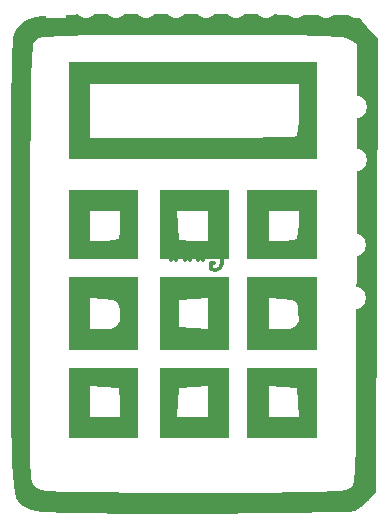
<source format=gbo>
G04 #@! TF.GenerationSoftware,KiCad,Pcbnew,7.0.7*
G04 #@! TF.CreationDate,2024-07-30T23:44:59+02:00*
G04 #@! TF.ProjectId,linefollower_pcb,6c696e65-666f-46c6-9c6f-7765725f7063,rev?*
G04 #@! TF.SameCoordinates,Original*
G04 #@! TF.FileFunction,Legend,Bot*
G04 #@! TF.FilePolarity,Positive*
%FSLAX46Y46*%
G04 Gerber Fmt 4.6, Leading zero omitted, Abs format (unit mm)*
G04 Created by KiCad (PCBNEW 7.0.7) date 2024-07-30 23:44:59*
%MOMM*%
%LPD*%
G01*
G04 APERTURE LIST*
%ADD10C,0.300000*%
%ADD11O,0.900000X1.600000*%
%ADD12R,1.700000X1.700000*%
%ADD13O,1.700000X1.700000*%
%ADD14C,0.800000*%
%ADD15C,5.400000*%
%ADD16C,2.000000*%
G04 APERTURE END LIST*
D10*
X87771427Y-100099757D02*
X87914285Y-100028328D01*
X87914285Y-100028328D02*
X88128570Y-100028328D01*
X88128570Y-100028328D02*
X88342856Y-100099757D01*
X88342856Y-100099757D02*
X88485713Y-100242614D01*
X88485713Y-100242614D02*
X88557142Y-100385471D01*
X88557142Y-100385471D02*
X88628570Y-100671185D01*
X88628570Y-100671185D02*
X88628570Y-100885471D01*
X88628570Y-100885471D02*
X88557142Y-101171185D01*
X88557142Y-101171185D02*
X88485713Y-101314042D01*
X88485713Y-101314042D02*
X88342856Y-101456900D01*
X88342856Y-101456900D02*
X88128570Y-101528328D01*
X88128570Y-101528328D02*
X87985713Y-101528328D01*
X87985713Y-101528328D02*
X87771427Y-101456900D01*
X87771427Y-101456900D02*
X87699999Y-101385471D01*
X87699999Y-101385471D02*
X87699999Y-100885471D01*
X87699999Y-100885471D02*
X87985713Y-100885471D01*
X86842856Y-100028328D02*
X86842856Y-100385471D01*
X87199999Y-100242614D02*
X86842856Y-100385471D01*
X86842856Y-100385471D02*
X86485713Y-100242614D01*
X87057142Y-100671185D02*
X86842856Y-100385471D01*
X86842856Y-100385471D02*
X86628570Y-100671185D01*
X85699999Y-100028328D02*
X85699999Y-100385471D01*
X86057142Y-100242614D02*
X85699999Y-100385471D01*
X85699999Y-100385471D02*
X85342856Y-100242614D01*
X85914285Y-100671185D02*
X85699999Y-100385471D01*
X85699999Y-100385471D02*
X85485713Y-100671185D01*
X84557142Y-100028328D02*
X84557142Y-100385471D01*
X84914285Y-100242614D02*
X84557142Y-100385471D01*
X84557142Y-100385471D02*
X84199999Y-100242614D01*
X84771428Y-100671185D02*
X84557142Y-100385471D01*
X84557142Y-100385471D02*
X84342856Y-100671185D01*
G36*
X96712626Y-115730808D02*
G01*
X93762121Y-115730808D01*
X90811616Y-115730808D01*
X90811616Y-113934849D01*
X92607575Y-113934849D01*
X93904461Y-113934849D01*
X95201347Y-113934849D01*
X95123148Y-112716162D01*
X95044949Y-111497475D01*
X93826262Y-111419276D01*
X92607575Y-111341077D01*
X92607575Y-112637963D01*
X92607575Y-113934849D01*
X90811616Y-113934849D01*
X90811616Y-112780303D01*
X90811616Y-109829798D01*
X93762121Y-109829798D01*
X96712626Y-109829798D01*
X96712626Y-112780303D01*
X96712626Y-113934849D01*
X96712626Y-115730808D01*
G37*
G36*
X89272222Y-112780303D02*
G01*
X89272222Y-115730808D01*
X86321717Y-115730808D01*
X83371212Y-115730808D01*
X83371212Y-113934849D01*
X84882491Y-113934849D01*
X86179377Y-113934849D01*
X87476262Y-113934849D01*
X87476262Y-112637963D01*
X87476262Y-111341077D01*
X86257575Y-111419276D01*
X85038889Y-111497475D01*
X84960690Y-112716162D01*
X84882491Y-113934849D01*
X83371212Y-113934849D01*
X83371212Y-112780303D01*
X83371212Y-109829798D01*
X86321717Y-109829798D01*
X89272222Y-109829798D01*
X89272222Y-111341077D01*
X89272222Y-112780303D01*
G37*
G36*
X89272222Y-105211616D02*
G01*
X89272222Y-108290404D01*
X86321717Y-108290404D01*
X83371212Y-108290404D01*
X83371212Y-106366162D01*
X85038889Y-106366162D01*
X86257575Y-106444361D01*
X87476262Y-106522560D01*
X87476262Y-105211616D01*
X87476262Y-103900673D01*
X86257575Y-103978872D01*
X85038889Y-104057071D01*
X85038889Y-105211616D01*
X85038889Y-106366162D01*
X83371212Y-106366162D01*
X83371212Y-105211616D01*
X83371212Y-102132829D01*
X86321717Y-102132829D01*
X89272222Y-102132829D01*
X89272222Y-103900673D01*
X89272222Y-105211616D01*
G37*
G36*
X89272222Y-97642930D02*
G01*
X89272222Y-100593435D01*
X86321717Y-100593435D01*
X83371212Y-100593435D01*
X83371212Y-97642930D01*
X83371212Y-96488384D01*
X84882491Y-96488384D01*
X84960690Y-97707071D01*
X85038889Y-98925758D01*
X86257575Y-99003957D01*
X87476262Y-99082156D01*
X87476262Y-97785270D01*
X87476262Y-96488384D01*
X86179377Y-96488384D01*
X84882491Y-96488384D01*
X83371212Y-96488384D01*
X83371212Y-94692425D01*
X86321717Y-94692425D01*
X89272222Y-94692425D01*
X89272222Y-96488384D01*
X89272222Y-97642930D01*
G37*
G36*
X81575252Y-115730808D02*
G01*
X78624747Y-115730808D01*
X75674242Y-115730808D01*
X75674242Y-113934849D01*
X77470202Y-113934849D01*
X78767088Y-113934849D01*
X80063973Y-113934849D01*
X79985774Y-112716162D01*
X79907575Y-111497475D01*
X78688889Y-111419276D01*
X77470202Y-111341077D01*
X77470202Y-112637963D01*
X77470202Y-113934849D01*
X75674242Y-113934849D01*
X75674242Y-112780303D01*
X75674242Y-109829798D01*
X78624747Y-109829798D01*
X81575252Y-109829798D01*
X81575252Y-112780303D01*
X81575252Y-113934849D01*
X81575252Y-115730808D01*
G37*
G36*
X96712626Y-108290404D02*
G01*
X93762121Y-108290404D01*
X90811616Y-108290404D01*
X90811616Y-106494445D01*
X92607575Y-106494445D01*
X93770173Y-106494445D01*
X94394183Y-106463756D01*
X94932456Y-106263299D01*
X95146259Y-105782679D01*
X95127168Y-104915334D01*
X95082286Y-104548456D01*
X94934377Y-104203835D01*
X94564102Y-104048814D01*
X93826262Y-103978872D01*
X92607575Y-103900673D01*
X92607575Y-105197559D01*
X92607575Y-106494445D01*
X90811616Y-106494445D01*
X90811616Y-105211616D01*
X90811616Y-102132829D01*
X93762121Y-102132829D01*
X96712626Y-102132829D01*
X96712626Y-105211616D01*
X96712626Y-105782679D01*
X96712626Y-108290404D01*
G37*
G36*
X96712626Y-97642930D02*
G01*
X96712626Y-100593435D01*
X93762121Y-100593435D01*
X90811616Y-100593435D01*
X90811616Y-99054041D01*
X92607575Y-99054041D01*
X93719360Y-99054041D01*
X94006385Y-99048454D01*
X94660489Y-98988162D01*
X95002188Y-98882997D01*
X95045486Y-98803382D01*
X95136842Y-98320130D01*
X95173232Y-97600169D01*
X95173232Y-96488384D01*
X93890404Y-96488384D01*
X92607575Y-96488384D01*
X92607575Y-97771212D01*
X92607575Y-99054041D01*
X90811616Y-99054041D01*
X90811616Y-97642930D01*
X90811616Y-94692425D01*
X93762121Y-94692425D01*
X96712626Y-94692425D01*
X96712626Y-96488384D01*
X96712626Y-97642930D01*
G37*
G36*
X81575252Y-108290404D02*
G01*
X78624747Y-108290404D01*
X75674242Y-108290404D01*
X75674242Y-106494445D01*
X77470202Y-106494445D01*
X78632799Y-106494445D01*
X79256810Y-106463756D01*
X79795082Y-106263299D01*
X80008886Y-105782679D01*
X79989794Y-104915334D01*
X79944913Y-104548456D01*
X79797003Y-104203835D01*
X79426728Y-104048814D01*
X78688889Y-103978872D01*
X77470202Y-103900673D01*
X77470202Y-105197559D01*
X77470202Y-106494445D01*
X75674242Y-106494445D01*
X75674242Y-105211616D01*
X75674242Y-102132829D01*
X78624747Y-102132829D01*
X81575252Y-102132829D01*
X81575252Y-105211616D01*
X81575252Y-105782679D01*
X81575252Y-108290404D01*
G37*
G36*
X81575252Y-97642930D02*
G01*
X81575252Y-100593435D01*
X78624747Y-100593435D01*
X75674242Y-100593435D01*
X75674242Y-99054041D01*
X77470202Y-99054041D01*
X78581986Y-99054041D01*
X78869011Y-99048454D01*
X79523116Y-98988162D01*
X79864815Y-98882997D01*
X79908113Y-98803382D01*
X79999468Y-98320130D01*
X80035858Y-97600169D01*
X80035858Y-96488384D01*
X78753030Y-96488384D01*
X77470202Y-96488384D01*
X77470202Y-97771212D01*
X77470202Y-99054041D01*
X75674242Y-99054041D01*
X75674242Y-97642930D01*
X75674242Y-94692425D01*
X78624747Y-94692425D01*
X81575252Y-94692425D01*
X81575252Y-96488384D01*
X81575252Y-97642930D01*
G37*
G36*
X96712626Y-88021717D02*
G01*
X96712626Y-92126768D01*
X86193434Y-92126768D01*
X75674242Y-92126768D01*
X75674242Y-90330808D01*
X77470202Y-90330808D01*
X86150673Y-90330808D01*
X87696907Y-90328081D01*
X89641643Y-90316407D01*
X91376322Y-90296620D01*
X92840330Y-90269891D01*
X93973053Y-90237391D01*
X94713877Y-90200292D01*
X95002188Y-90159765D01*
X95029186Y-90105974D01*
X95102694Y-89648463D01*
X95153968Y-88852702D01*
X95173232Y-87850674D01*
X95173232Y-85712627D01*
X86321717Y-85712627D01*
X77470202Y-85712627D01*
X77470202Y-88021717D01*
X77470202Y-90330808D01*
X75674242Y-90330808D01*
X75674242Y-88021717D01*
X75674242Y-83916667D01*
X86193434Y-83916667D01*
X96712626Y-83916667D01*
X96712626Y-85712627D01*
X96712626Y-88021717D01*
G37*
G36*
X101784574Y-101087427D02*
G01*
X101715656Y-120307825D01*
X101074242Y-120997880D01*
X101026901Y-121047939D01*
X100443035Y-121568901D01*
X99919697Y-121900179D01*
X99869729Y-121912206D01*
X99382011Y-121953221D01*
X98446073Y-121991936D01*
X97112399Y-122027508D01*
X95431469Y-122059092D01*
X93453765Y-122085846D01*
X91229770Y-122106925D01*
X88809966Y-122121487D01*
X86244834Y-122128687D01*
X85204251Y-122129792D01*
X82360735Y-122130189D01*
X79974787Y-122125259D01*
X78004593Y-122113899D01*
X76408334Y-122095004D01*
X75144196Y-122067469D01*
X74170360Y-122030192D01*
X73445012Y-121982067D01*
X72926334Y-121921991D01*
X72572509Y-121848859D01*
X72341722Y-121761567D01*
X72287948Y-121734159D01*
X72011450Y-121600272D01*
X71771393Y-121472683D01*
X71565210Y-121316762D01*
X71390335Y-121097883D01*
X71244200Y-120781415D01*
X71124240Y-120332732D01*
X71027886Y-119717204D01*
X70952573Y-118900204D01*
X70895733Y-117847103D01*
X70854799Y-116523273D01*
X70827205Y-114894085D01*
X70810385Y-112924912D01*
X70803933Y-111169546D01*
X72367661Y-111169546D01*
X72368868Y-113174754D01*
X72376006Y-114828738D01*
X72389924Y-116167385D01*
X72411469Y-117226581D01*
X72441489Y-118042216D01*
X72480832Y-118650175D01*
X72530346Y-119086346D01*
X72590878Y-119386617D01*
X72663276Y-119586875D01*
X72748388Y-119723007D01*
X72847062Y-119830901D01*
X72976014Y-119946813D01*
X73140860Y-120044540D01*
X73384303Y-120125008D01*
X73749796Y-120189890D01*
X74280792Y-120240864D01*
X75020746Y-120279605D01*
X76013109Y-120307788D01*
X77301336Y-120327089D01*
X78928881Y-120339184D01*
X80939196Y-120345749D01*
X83375735Y-120348459D01*
X86281952Y-120348990D01*
X87982489Y-120348757D01*
X90625126Y-120346576D01*
X92821861Y-120340842D01*
X94615703Y-120330043D01*
X96049661Y-120312666D01*
X97166744Y-120287199D01*
X98009961Y-120252129D01*
X98622320Y-120205944D01*
X99046832Y-120147131D01*
X99326504Y-120074177D01*
X99504346Y-119985570D01*
X99623367Y-119879798D01*
X99650484Y-119846834D01*
X99728262Y-119702388D01*
X99795275Y-119468754D01*
X99852311Y-119110606D01*
X99900163Y-118592613D01*
X99939620Y-117879448D01*
X99971475Y-116935782D01*
X99996516Y-115726286D01*
X100015536Y-114215632D01*
X100029324Y-112368491D01*
X100038672Y-110149535D01*
X100044370Y-107523435D01*
X100047209Y-104454862D01*
X100047980Y-100908488D01*
X100047980Y-82406370D01*
X99477761Y-82006973D01*
X99400034Y-81960407D01*
X99170701Y-81876049D01*
X98812536Y-81806018D01*
X98282841Y-81749030D01*
X97538915Y-81703804D01*
X96538061Y-81669055D01*
X95237578Y-81643501D01*
X93594768Y-81625860D01*
X91566932Y-81614847D01*
X89111370Y-81609180D01*
X86185384Y-81607576D01*
X83539108Y-81609179D01*
X80997902Y-81615512D01*
X78893157Y-81627717D01*
X77184210Y-81646915D01*
X75830399Y-81674227D01*
X74791061Y-81710771D01*
X74025535Y-81757668D01*
X73493158Y-81816038D01*
X73153266Y-81887000D01*
X72965199Y-81971675D01*
X72937712Y-81992475D01*
X72846336Y-82083139D01*
X72767367Y-82224516D01*
X72699737Y-82452176D01*
X72642374Y-82801690D01*
X72594210Y-83308628D01*
X72554173Y-84008561D01*
X72521193Y-84937059D01*
X72494202Y-86129693D01*
X72472128Y-87622033D01*
X72453902Y-89449650D01*
X72438453Y-91648113D01*
X72424712Y-94252995D01*
X72411608Y-97299865D01*
X72398072Y-100824293D01*
X72391155Y-102687700D01*
X72379652Y-105961906D01*
X72371539Y-108777226D01*
X72367661Y-111169546D01*
X70803933Y-111169546D01*
X70801770Y-110581125D01*
X70798795Y-107828095D01*
X70798892Y-104631195D01*
X70799495Y-100955796D01*
X70799598Y-98685386D01*
X70800599Y-95378188D01*
X70803410Y-92527124D01*
X70808926Y-90096872D01*
X70818041Y-88052110D01*
X70831649Y-86357515D01*
X70850646Y-84977765D01*
X70875926Y-83877537D01*
X70908382Y-83021510D01*
X70948910Y-82374360D01*
X70998404Y-81900765D01*
X71057759Y-81565403D01*
X71127869Y-81332952D01*
X71209627Y-81168088D01*
X71303930Y-81035491D01*
X71493034Y-80802489D01*
X71718199Y-80572527D01*
X71991412Y-80380933D01*
X72354951Y-80224496D01*
X72851096Y-80100007D01*
X73522127Y-80004255D01*
X74410323Y-79934030D01*
X75557964Y-79886122D01*
X77007330Y-79857321D01*
X78800699Y-79844417D01*
X80980352Y-79844200D01*
X83588568Y-79853459D01*
X86667627Y-79868985D01*
X100087692Y-79939899D01*
X100970592Y-80903464D01*
X101853491Y-81867029D01*
X101785216Y-100908488D01*
X101784574Y-101087427D01*
G37*
%LPC*%
D11*
X90850000Y-118525000D03*
X84250000Y-118525000D03*
D12*
X94200000Y-116600000D03*
D13*
X96740000Y-116600000D03*
D12*
X78460000Y-116550000D03*
D13*
X81000000Y-116550000D03*
D12*
X74640000Y-79300000D03*
D13*
X77180000Y-79300000D03*
X79720000Y-79300000D03*
X82260000Y-79300000D03*
X84800000Y-79300000D03*
X87340000Y-79300000D03*
X89880000Y-79300000D03*
X92420000Y-79300000D03*
X94960000Y-79300000D03*
X97500000Y-79300000D03*
X100040000Y-79300000D03*
D14*
X64475000Y-78950000D03*
X65068109Y-77518109D03*
X65068109Y-80381891D03*
X66500000Y-76925000D03*
D15*
X66500000Y-78950000D03*
D14*
X66500000Y-80975000D03*
X67931891Y-77518109D03*
X67931891Y-80381891D03*
X68525000Y-78950000D03*
D16*
X99850000Y-99381128D03*
X106350000Y-99381128D03*
X99850000Y-103881128D03*
X106350000Y-103881128D03*
D14*
X104300000Y-79068109D03*
X104893109Y-77636218D03*
X104893109Y-80500000D03*
X106325000Y-77043109D03*
D15*
X106325000Y-79068109D03*
D14*
X106325000Y-81093109D03*
X107756891Y-77636218D03*
X107756891Y-80500000D03*
X108350000Y-79068109D03*
X104325000Y-122218109D03*
X104918109Y-120786218D03*
X104918109Y-123650000D03*
X106350000Y-120193109D03*
D15*
X106350000Y-122218109D03*
D14*
X106350000Y-124243109D03*
X107781891Y-120786218D03*
X107781891Y-123650000D03*
X108375000Y-122218109D03*
D16*
X99900000Y-87700000D03*
X106400000Y-87700000D03*
X99900000Y-92200000D03*
X106400000Y-92200000D03*
D14*
X64525000Y-122350000D03*
X65118109Y-120918109D03*
X65118109Y-123781891D03*
X66550000Y-120325000D03*
D15*
X66550000Y-122350000D03*
D14*
X66550000Y-124375000D03*
X67981891Y-120918109D03*
X67981891Y-123781891D03*
X68575000Y-122350000D03*
D12*
X66250000Y-102850000D03*
D13*
X66250000Y-105390000D03*
%LPD*%
M02*

</source>
